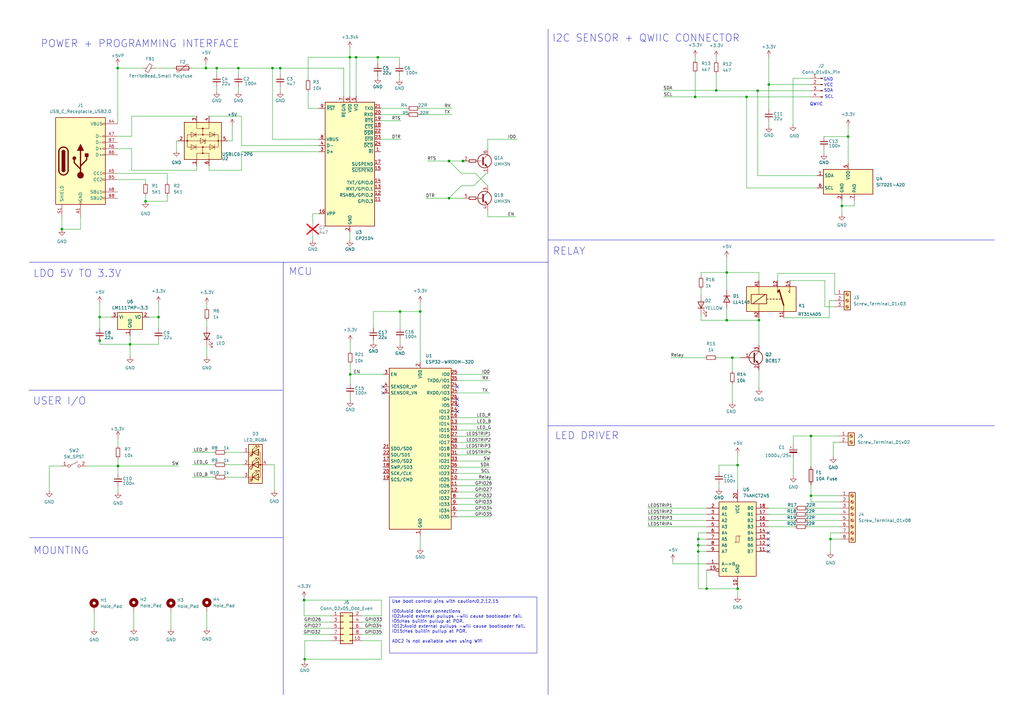
<source format=kicad_sch>
(kicad_sch (version 20230121) (generator eeschema)
  (paper "A3")
  (title_block (title "IOT-thing Board") (date "2023-12-28") (rev "1.0") (company "made By Pratik"))
  (lib_symbols
    (symbol "74xx:74HC245" (pin_names (offset 1.016))
      (property "Reference" "U" (at -7.62 16.51 0))
      (property "Value" "74HC245" (at -7.62 -16.51 0))
      (symbol "74HC245_1_0"
        (pin input line (at -12.7 -10.16 0) (length 5.08) (name "A->B") (number "1"))
        (pin power_in line (at 0 -20.32 90) (length 5.08) (name "GND") (number "10"))
        (pin tri_state line (at 12.7 -5.08 180) (length 5.08) (name "B7") (number "11"))
        (pin tri_state line (at 12.7 -2.54 180) (length 5.08) (name "B6") (number "12"))
        (pin tri_state line (at 12.7 0 180) (length 5.08) (name "B5") (number "13"))
        (pin tri_state line (at 12.7 2.54 180) (length 5.08) (name "B4") (number "14"))
        (pin tri_state line (at 12.7 5.08 180) (length 5.08) (name "B3") (number "15"))
        (pin tri_state line (at 12.7 7.62 180) (length 5.08) (name "B2") (number "16"))
        (pin tri_state line (at 12.7 10.16 180) (length 5.08) (name "B1") (number "17"))
        (pin tri_state line (at 12.7 12.7 180) (length 5.08) (name "B0") (number "18"))
        (pin input inverted (at -12.7 -12.7 0) (length 5.08) (name "CE") (number "19"))
        (pin tri_state line (at -12.7 12.7 0) (length 5.08) (name "A0") (number "2"))
        (pin power_in line (at 0 20.32 270) (length 5.08) (name "VCC") (number "20"))
        (pin tri_state line (at -12.7 10.16 0) (length 5.08) (name "A1") (number "3"))
        (pin tri_state line (at -12.7 7.62 0) (length 5.08) (name "A2") (number "4"))
        (pin tri_state line (at -12.7 5.08 0) (length 5.08) (name "A3") (number "5"))
        (pin tri_state line (at -12.7 2.54 0) (length 5.08) (name "A4") (number "6"))
        (pin tri_state line (at -12.7 0 0) (length 5.08) (name "A5") (number "7"))
        (pin tri_state line (at -12.7 -2.54 0) (length 5.08) (name "A6") (number "8"))
        (pin tri_state line (at -12.7 -5.08 0) (length 5.08) (name "A7") (number "9"))
      )
    )
    (symbol "Connector:Conn_01x04_Pin" (pin_names (offset 1.016) hide)
      (property "Reference" "J" (at 0 5.08 0))
      (property "Value" "Conn_01x04_Pin" (at 0 -7.62 0))
      (symbol "Conn_01x04_Pin_1_1"
        (pin passive line (at 5.08 2.54 180) (length 3.81) (name "Pin_1") (number "1"))
        (pin passive line (at 5.08 0 180) (length 3.81) (name "Pin_2") (number "2"))
        (pin passive line (at 5.08 -2.54 180) (length 3.81) (name "Pin_3") (number "3"))
        (pin passive line (at 5.08 -5.08 180) (length 3.81) (name "Pin_4") (number "4"))
      )
    )
    (symbol "Connector:Screw_Terminal_01x02" (pin_names (offset 1.016) hide)
      (property "Reference" "J" (at 0 2.54 0))
      (property "Value" "Screw_Terminal_01x02" (at 0 -5.08 0))
      (symbol "Screw_Terminal_01x02_1_1"
        (pin passive line (at -5.08 0 0) (length 3.81) (name "Pin_1") (number "1"))
        (pin passive line (at -5.08 -2.54 0) (length 3.81) (name "Pin_2") (number "2"))
      )
    )
    (symbol "Connector:Screw_Terminal_01x03" (pin_names (offset 1.016) hide)
      (property "Reference" "J" (at 0 5.08 0))
      (property "Value" "Screw_Terminal_01x03" (at 0 -5.08 0))
      (symbol "Screw_Terminal_01x03_1_1"
        (pin passive line (at -5.08 2.54 0) (length 3.81) (name "Pin_1") (number "1"))
        (pin passive line (at -5.08 0 0) (length 3.81) (name "Pin_2") (number "2"))
        (pin passive line (at -5.08 -2.54 0) (length 3.81) (name "Pin_3") (number "3"))
      )
    )
    (symbol "Connector:Screw_Terminal_01x08" (pin_names (offset 1.016) hide)
      (property "Reference" "J" (at 0 10.16 0))
      (property "Value" "Screw_Terminal_01x08" (at 0 -12.7 0))
      (symbol "Screw_Terminal_01x08_1_1"
        (pin passive line (at -5.08 7.62 0) (length 3.81) (name "Pin_1") (number "1"))
        (pin passive line (at -5.08 5.08 0) (length 3.81) (name "Pin_2") (number "2"))
        (pin passive line (at -5.08 2.54 0) (length 3.81) (name "Pin_3") (number "3"))
        (pin passive line (at -5.08 0 0) (length 3.81) (name "Pin_4") (number "4"))
        (pin passive line (at -5.08 -2.54 0) (length 3.81) (name "Pin_5") (number "5"))
        (pin passive line (at -5.08 -5.08 0) (length 3.81) (name "Pin_6") (number "6"))
        (pin passive line (at -5.08 -7.62 0) (length 3.81) (name "Pin_7") (number "7"))
        (pin passive line (at -5.08 -10.16 0) (length 3.81) (name "Pin_8") (number "8"))
      )
    )
    (symbol "Connector:USB_C_Receptacle_USB2.0" (pin_names (offset 1.016))
      (property "Reference" "J1" (at 0 22.86 0))
      (property "Value" "USB_C_Receptacle_USB2.0" (at 0 20.32 0))
      (symbol "USB_C_Receptacle_USB2.0_1_1"
        (pin passive line (at 0 -22.86 90) (length 5.08) (name "GND") (number "A1"))
        (pin passive line (at 0 -22.86 90) (length 5.08) hide (name "GND") (number "A12"))
        (pin passive line (at 15.24 15.24 180) (length 5.08) (name "VBUS") (number "A4"))
        (pin bidirectional line (at 15.24 -5.08 180) (length 5.08) (name "CC1") (number "A5"))
        (pin bidirectional line (at 15.24 5.08 180) (length 5.08) (name "D+") (number "A6"))
        (pin bidirectional line (at 15.24 10.16 180) (length 5.08) (name "D-") (number "A7"))
        (pin bidirectional line (at 15.24 -12.7 180) (length 5.08) (name "SBU1") (number "A8"))
        (pin passive line (at 15.24 15.24 180) (length 5.08) hide (name "VBUS") (number "A9"))
        (pin passive line (at 0 -22.86 90) (length 5.08) hide (name "GND") (number "B1"))
        (pin passive line (at 0 -22.86 90) (length 5.08) hide (name "GND") (number "B12"))
        (pin passive line (at 15.24 15.24 180) (length 5.08) hide (name "VBUS") (number "B4"))
        (pin bidirectional line (at 15.24 -7.62 180) (length 5.08) (name "CC2") (number "B5"))
        (pin bidirectional line (at 15.24 2.54 180) (length 5.08) (name "D+") (number "B6"))
        (pin bidirectional line (at 15.24 7.62 180) (length 5.08) (name "D-") (number "B7"))
        (pin bidirectional line (at 15.24 -15.24 180) (length 5.08) (name "SBU2") (number "B8"))
        (pin passive line (at 15.24 15.24 180) (length 5.08) hide (name "VBUS") (number "B9"))
        (pin passive line (at -7.62 -22.86 90) (length 5.08) (name "SHIELD") (number "S1"))
      )
    )
    (symbol "Connector_Generic:Conn_02x05_Odd_Even" (pin_names (offset 1.016) hide)
      (property "Reference" "J" (at 1.27 7.62 0))
      (property "Value" "Conn_02x05_Odd_Even" (at 1.27 -7.62 0))
      (symbol "Conn_02x05_Odd_Even_1_1"
        (pin passive line (at -5.08 5.08 0) (length 3.81) (name "Pin_1") (number "1"))
        (pin passive line (at 7.62 -5.08 180) (length 3.81) (name "Pin_10") (number "10"))
        (pin passive line (at 7.62 5.08 180) (length 3.81) (name "Pin_2") (number "2"))
        (pin passive line (at -5.08 2.54 0) (length 3.81) (name "Pin_3") (number "3"))
        (pin passive line (at 7.62 2.54 180) (length 3.81) (name "Pin_4") (number "4"))
        (pin passive line (at -5.08 0 0) (length 3.81) (name "Pin_5") (number "5"))
        (pin passive line (at 7.62 0 180) (length 3.81) (name "Pin_6") (number "6"))
        (pin passive line (at -5.08 -2.54 0) (length 3.81) (name "Pin_7") (number "7"))
        (pin passive line (at 7.62 -2.54 180) (length 3.81) (name "Pin_8") (number "8"))
        (pin passive line (at -5.08 -5.08 0) (length 3.81) (name "Pin_9") (number "9"))
      )
    )
    (symbol "Device:C_Polarized_Small" (pin_numbers hide) (pin_names (offset 0.254) hide)
      (property "Reference" "C" (at 0.254 1.778 0))
      (property "Value" "C_Polarized_Small" (at 0.254 -2.032 0))
      (symbol "C_Polarized_Small_1_1"
        (pin passive line (at 0 2.54 270) (length 1.8542) (name "~") (number "1"))
        (pin passive line (at 0 -2.54 90) (length 1.8542) (name "~") (number "2"))
      )
    )
    (symbol "Device:C_Small" (pin_numbers hide) (pin_names (offset 0.254) hide)
      (property "Reference" "C" (at 0.254 1.778 0))
      (property "Value" "C_Small" (at 0.254 -2.032 0))
      (symbol "C_Small_1_1"
        (pin passive line (at 0 2.54 270) (length 2.032) (name "~") (number "1"))
        (pin passive line (at 0 -2.54 90) (length 2.032) (name "~") (number "2"))
      )
    )
    (symbol "Device:FerriteBead_Small" (pin_numbers hide) (pin_names (offset 0))
      (property "Reference" "FB" (at 1.905 1.27 0))
      (property "Value" "FerriteBead_Small" (at 1.905 -1.27 0))
      (symbol "FerriteBead_Small_1_1"
        (pin passive line (at 0 2.54 270) (length 1.27) (name "~") (number "1"))
        (pin passive line (at 0 -2.54 90) (length 1.27) (name "~") (number "2"))
      )
    )
    (symbol "Device:Fuse" (pin_numbers hide) (pin_names (offset 0))
      (property "Reference" "F" (at 2.032 0 90))
      (property "Value" "Fuse" (at -1.905 0 90))
      (symbol "Fuse_1_1"
        (pin passive line (at 0 3.81 270) (length 1.27) (name "~") (number "1"))
        (pin passive line (at 0 -3.81 90) (length 1.27) (name "~") (number "2"))
      )
    )
    (symbol "Device:LED" (pin_numbers hide) (pin_names (offset 1.016) hide)
      (property "Reference" "D" (at 0 2.54 0))
      (property "Value" "LED" (at 0 -2.54 0))
      (symbol "LED_1_1"
        (pin passive line (at -3.81 0 0) (length 2.54) (name "K") (number "1"))
        (pin passive line (at 3.81 0 180) (length 2.54) (name "A") (number "2"))
      )
    )
    (symbol "Device:LED_RGBA" (pin_names (offset 0) hide)
      (property "Reference" "D" (at 0 9.398 0))
      (property "Value" "LED_RGBA" (at 0 -8.89 0))
      (symbol "LED_RGBA_0_0"
        (text "B" (at -1.905 -6.35 0) (effects (font (size 1.27 1.27))))
        (text "G" (at -1.905 -1.27 0) (effects (font (size 1.27 1.27))))
        (text "R" (at -1.905 3.81 0) (effects (font (size 1.27 1.27))))
      )
      (symbol "LED_RGBA_1_1"
        (pin passive line (at -5.08 5.08 0) (length 2.54) (name "RK") (number "1"))
        (pin passive line (at -5.08 0 0) (length 2.54) (name "GK") (number "2"))
        (pin passive line (at -5.08 -5.08 0) (length 2.54) (name "BK") (number "3"))
        (pin passive line (at 5.08 0 180) (length 2.54) (name "A") (number "4"))
      )
    )
    (symbol "Device:Polyfuse" (pin_numbers hide) (pin_names (offset 0))
      (property "Reference" "F" (at -2.54 0 90))
      (property "Value" "Polyfuse" (at 2.54 0 90))
      (symbol "Polyfuse_1_1"
        (pin passive line (at 0 3.81 270) (length 1.27) (name "~") (number "1"))
        (pin passive line (at 0 -3.81 90) (length 1.27) (name "~") (number "2"))
      )
    )
    (symbol "Device:R_Small" (pin_numbers hide) (pin_names (offset 0.254) hide)
      (property "Reference" "R" (at 0.762 0.508 0))
      (property "Value" "R_Small" (at 0.762 -1.016 0))
      (symbol "R_Small_1_1"
        (pin passive line (at 0 2.54 270) (length 0.762) (name "~") (number "1"))
        (pin passive line (at 0 -2.54 90) (length 0.762) (name "~") (number "2"))
      )
    )
    (symbol "Diode:LL4148" (pin_numbers hide) (pin_names hide)
      (property "Reference" "D" (at 0 2.54 0))
      (property "Value" "LL4148" (at 0 -2.54 0))
      (symbol "LL4148_1_1"
        (pin passive line (at -3.81 0 0) (length 2.54) (name "K") (number "1"))
        (pin passive line (at 3.81 0 180) (length 2.54) (name "A") (number "2"))
      )
    )
    (symbol "Interface_USB:CP2104"
      (property "Reference" "U" (at -5.08 28.575 0))
      (property "Value" "CP2104" (at -5.08 26.67 0))
      (symbol "CP2104_1_1"
        (pin input line (at 12.7 5.08 180) (length 2.54) (name "~{RI}") (number "1"))
        (pin no_connect line (at 10.16 -20.32 180) (length 2.54) hide (name "NC") (number "10"))
        (pin bidirectional line (at 12.7 -15.24 180) (length 2.54) (name "GPIO.3") (number "11"))
        (pin bidirectional line (at 12.7 -12.7 180) (length 2.54) (name "RS485/GPIO.2") (number "12"))
        (pin bidirectional line (at 12.7 -10.16 180) (length 2.54) (name "RXT/GPIO.1") (number "13"))
        (pin bidirectional line (at 12.7 -7.62 180) (length 2.54) (name "TXT/GPIO.0") (number "14"))
        (pin output line (at 12.7 -2.54 180) (length 2.54) (name "~{SUSPEND}") (number "15"))
        (pin passive line (at -12.7 -20.32 0) (length 2.54) (name "VPP") (number "16"))
        (pin output line (at 12.7 0 180) (length 2.54) (name "SUSPEND") (number "17"))
        (pin input line (at 12.7 15.24 180) (length 2.54) (name "~{CTS}") (number "18"))
        (pin output line (at 12.7 17.78 180) (length 2.54) (name "~{RTS}") (number "19"))
        (pin power_in line (at 0 -27.94 90) (length 2.54) (name "GND") (number "2"))
        (pin input line (at 12.7 20.32 180) (length 2.54) (name "RXD") (number "20"))
        (pin output line (at 12.7 22.86 180) (length 2.54) (name "TXD") (number "21"))
        (pin input line (at 12.7 12.7 180) (length 2.54) (name "~{DSR}") (number "22"))
        (pin output line (at 12.7 10.16 180) (length 2.54) (name "~{DTR}") (number "23"))
        (pin input line (at 12.7 7.62 180) (length 2.54) (name "~{DCD}") (number "24"))
        (pin passive line (at 0 -27.94 90) (length 2.54) hide (name "GND") (number "25"))
        (pin bidirectional line (at -12.7 5.08 0) (length 2.54) (name "D+") (number "3"))
        (pin bidirectional line (at -12.7 7.62 0) (length 2.54) (name "D-") (number "4"))
        (pin power_in line (at 2.54 27.94 270) (length 2.54) (name "VIO") (number "5"))
        (pin power_in line (at 0 27.94 270) (length 2.54) (name "VDD") (number "6"))
        (pin power_in line (at -2.54 27.94 270) (length 2.54) (name "REGIN") (number "7"))
        (pin input line (at -12.7 10.16 0) (length 2.54) (name "VBUS") (number "8"))
        (pin bidirectional line (at -12.7 22.86 0) (length 2.54) (name "~{RST}") (number "9"))
      )
    )
    (symbol "Mechanical:MountingHole_Pad" (pin_numbers hide) (pin_names (offset 1.016) hide)
      (property "Reference" "H" (at 0 6.35 0))
      (property "Value" "MountingHole_Pad" (at 0 4.445 0))
      (symbol "MountingHole_Pad_1_1"
        (pin input line (at 0 -2.54 90) (length 2.54) (name "1") (number "1"))
      )
    )
    (symbol "Power_Protection:USBLC6-2P6" (pin_names hide)
      (property "Reference" "U" (at 2.54 8.89 0))
      (property "Value" "USBLC6-2P6" (at 2.54 -8.89 0))
      (symbol "USBLC6-2P6_1_1"
        (pin passive line (at -10.16 -2.54 0) (length 2.54) (name "I/O1") (number "1"))
        (pin passive line (at 0 -10.16 90) (length 2.54) (name "GND") (number "2"))
        (pin passive line (at 10.16 -2.54 180) (length 2.54) (name "I/O2") (number "3"))
        (pin passive line (at 10.16 2.54 180) (length 2.54) (name "I/O2") (number "4"))
        (pin passive line (at 0 10.16 270) (length 2.54) (name "VBUS") (number "5"))
        (pin passive line (at -10.16 2.54 0) (length 2.54) (name "I/O1") (number "6"))
      )
    )
    (symbol "RF_Module:ESP32-WROOM-32D"
      (property "Reference" "U" (at -12.7 34.29 0))
      (property "Value" "ESP32-WROOM-32D" (at 1.27 34.29 0))
      (symbol "ESP32-WROOM-32D_1_1"
        (pin power_in line (at 0 -35.56 90) (length 2.54) (name "GND") (number "1"))
        (pin bidirectional line (at 15.24 -12.7 180) (length 2.54) (name "IO25") (number "10"))
        (pin bidirectional line (at 15.24 -15.24 180) (length 2.54) (name "IO26") (number "11"))
        (pin bidirectional line (at 15.24 -17.78 180) (length 2.54) (name "IO27") (number "12"))
        (pin bidirectional line (at 15.24 10.16 180) (length 2.54) (name "IO14") (number "13"))
        (pin bidirectional line (at 15.24 15.24 180) (length 2.54) (name "IO12") (number "14"))
        (pin passive line (at 0 -35.56 90) (length 2.54) hide (name "GND") (number "15"))
        (pin bidirectional line (at 15.24 12.7 180) (length 2.54) (name "IO13") (number "16"))
        (pin bidirectional line (at -15.24 -5.08 0) (length 2.54) (name "SHD/SD2") (number "17"))
        (pin bidirectional line (at -15.24 -7.62 0) (length 2.54) (name "SWP/SD3") (number "18"))
        (pin bidirectional line (at -15.24 -12.7 0) (length 2.54) (name "SCS/CMD") (number "19"))
        (pin power_in line (at 0 35.56 270) (length 2.54) (name "VDD") (number "2"))
        (pin bidirectional line (at -15.24 -10.16 0) (length 2.54) (name "SCK/CLK") (number "20"))
        (pin bidirectional line (at -15.24 0 0) (length 2.54) (name "SDO/SD0") (number "21"))
        (pin bidirectional line (at -15.24 -2.54 0) (length 2.54) (name "SDI/SD1") (number "22"))
        (pin bidirectional line (at 15.24 7.62 180) (length 2.54) (name "IO15") (number "23"))
        (pin bidirectional line (at 15.24 25.4 180) (length 2.54) (name "IO2") (number "24"))
        (pin bidirectional line (at 15.24 30.48 180) (length 2.54) (name "IO0") (number "25"))
        (pin bidirectional line (at 15.24 20.32 180) (length 2.54) (name "IO4") (number "26"))
        (pin bidirectional line (at 15.24 5.08 180) (length 2.54) (name "IO16") (number "27"))
        (pin bidirectional line (at 15.24 2.54 180) (length 2.54) (name "IO17") (number "28"))
        (pin bidirectional line (at 15.24 17.78 180) (length 2.54) (name "IO5") (number "29"))
        (pin input line (at -15.24 30.48 0) (length 2.54) (name "EN") (number "3"))
        (pin bidirectional line (at 15.24 0 180) (length 2.54) (name "IO18") (number "30"))
        (pin bidirectional line (at 15.24 -2.54 180) (length 2.54) (name "IO19") (number "31"))
        (pin no_connect line (at -12.7 -27.94 0) (length 2.54) hide (name "NC") (number "32"))
        (pin bidirectional line (at 15.24 -5.08 180) (length 2.54) (name "IO21") (number "33"))
        (pin bidirectional line (at 15.24 22.86 180) (length 2.54) (name "RXD0/IO3") (number "34"))
        (pin bidirectional line (at 15.24 27.94 180) (length 2.54) (name "TXD0/IO1") (number "35"))
        (pin bidirectional line (at 15.24 -7.62 180) (length 2.54) (name "IO22") (number "36"))
        (pin bidirectional line (at 15.24 -10.16 180) (length 2.54) (name "IO23") (number "37"))
        (pin passive line (at 0 -35.56 90) (length 2.54) hide (name "GND") (number "38"))
        (pin passive line (at 0 -35.56 90) (length 2.54) hide (name "GND") (number "39"))
        (pin input line (at -15.24 25.4 0) (length 2.54) (name "SENSOR_VP") (number "4"))
        (pin input line (at -15.24 22.86 0) (length 2.54) (name "SENSOR_VN") (number "5"))
        (pin input line (at 15.24 -25.4 180) (length 2.54) (name "IO34") (number "6"))
        (pin input line (at 15.24 -27.94 180) (length 2.54) (name "IO35") (number "7"))
        (pin bidirectional line (at 15.24 -20.32 180) (length 2.54) (name "IO32") (number "8"))
        (pin bidirectional line (at 15.24 -22.86 180) (length 2.54) (name "IO33") (number "9"))
      )
    )
    (symbol "Regulator_Linear:LM1117MP-3.3"
      (property "Reference" "U" (at -3.81 3.175 0))
      (property "Value" "LM1117MP-3.3" (at 0 3.175 0))
      (symbol "LM1117MP-3.3_1_1"
        (pin power_in line (at 0 -7.62 90) (length 2.54) (name "GND") (number "1"))
        (pin power_out line (at 7.62 0 180) (length 2.54) (name "VO") (number "2"))
        (pin power_in line (at -7.62 0 0) (length 2.54) (name "VI") (number "3"))
      )
    )
    (symbol "Relay:RT314A05"
      (property "Reference" "K" (at 11.43 3.81 0))
      (property "Value" "RT314A05" (at 11.43 1.27 0))
      (symbol "RT314A05_1_1"
        (pin passive line (at 5.08 -7.62 90) (length 2.54) (name "~") (number "11"))
        (pin passive line (at 2.54 7.62 270) (length 2.54) (name "~") (number "12"))
        (pin passive line (at 7.62 7.62 270) (length 2.54) (name "~") (number "14"))
        (pin passive line (at -5.08 7.62 270) (length 2.54) (name "~") (number "A1"))
        (pin passive line (at -5.08 -7.62 90) (length 2.54) (name "~") (number "A2"))
      )
    )
    (symbol "Sensor_Humidity:Si7021-A20"
      (property "Reference" "U" (at -5.08 7.62 0))
      (property "Value" "Si7021-A20" (at -10.16 10.16 0))
      (symbol "Si7021-A20_1_1"
        (pin bidirectional line (at -12.7 2.54 0) (length 2.54) (name "SDA") (number "1"))
        (pin power_in line (at -2.54 -7.62 90) (length 2.54) (name "GND") (number "2"))
        (pin no_connect line (at 10.16 2.54 180) (length 2.54) hide (name "NC") (number "3"))
        (pin no_connect line (at 10.16 -2.54 180) (length 2.54) hide (name "NC") (number "4"))
        (pin power_in line (at 0 7.62 270) (length 2.54) (name "VDD") (number "5"))
        (pin input line (at -12.7 -2.54 0) (length 2.54) (name "SCL") (number "6"))
        (pin passive line (at 2.54 -7.62 90) (length 2.54) (name "PAD") (number "7"))
      )
    )
    (symbol "Switch:SW_SPST" (pin_names (offset 0) hide)
      (property "Reference" "SW" (at 0 3.175 0))
      (property "Value" "SW_SPST" (at 0 -2.54 0))
      (symbol "SW_SPST_1_1"
        (pin passive line (at -5.08 0 0) (length 2.54) (name "A") (number "1"))
        (pin passive line (at 5.08 0 180) (length 2.54) (name "B") (number "2"))
      )
    )
    (symbol "Transistor_BJT:BC817" (pin_names (offset 0) hide)
      (property "Reference" "Q" (at 5.08 1.905 0))
      (property "Value" "BC817" (at 5.08 0 0))
      (symbol "BC817_1_1"
        (pin input line (at -5.08 0 0) (length 5.715) (name "B") (number "1"))
        (pin passive line (at 2.54 -5.08 90) (length 2.54) (name "E") (number "2"))
        (pin passive line (at 2.54 5.08 270) (length 2.54) (name "C") (number "3"))
      )
    )
    (symbol "Transistor_BJT:UMH3N" (pin_names hide)
      (property "Reference" "Q" (at 7.62 1.27 0))
      (property "Value" "UMH3N" (at 7.62 -1.27 0))
      (symbol "UMH3N_1_1"
        (pin passive line (at 5.08 -5.08 90) (length 2.54) (name "E1") (number "1"))
        (pin input line (at -5.08 0 0) (length 2.54) (name "B1") (number "2"))
        (pin passive line (at 5.08 5.08 270) (length 2.54) (name "C1") (number "6"))
      )
      (symbol "UMH3N_2_1"
        (pin passive line (at 5.08 5.08 270) (length 2.54) (name "C2") (number "3"))
        (pin passive line (at 5.08 -5.08 90) (length 2.54) (name "E2") (number "4"))
        (pin input line (at -5.08 0 0) (length 2.54) (name "B2") (number "5"))
      )
    )
    (symbol "power:+3.3V" (power) (pin_names (offset 0))
      (property "Value" "+3.3V" (at 0 3.556 0))
      (symbol "+3.3V_1_1"
        (pin power_in line (at 0 0 90) (length 0) hide (name "+3.3V") (number "1"))
      )
    )
    (symbol "power:+3.3VA" (power) (pin_names (offset 0))
      (property "Value" "+3.3VA" (at 0 3.556 0))
      (symbol "+3.3VA_1_1"
        (pin power_in line (at 0 0 90) (length 0) hide (name "+3.3VA") (number "1"))
      )
    )
    (symbol "power:+5V" (power) (pin_names (offset 0))
      (property "Value" "+5V" (at 0 3.556 0))
      (symbol "+5V_1_1"
        (pin power_in line (at 0 0 90) (length 0) hide (name "+5V") (number "1"))
      )
    )
    (symbol "power:+5VP" (power) (pin_names (offset 0))
      (property "Value" "+5VP" (at 0 3.556 0))
      (symbol "+5VP_1_1"
        (pin power_in line (at 0 0 90) (length 0) hide (name "+5VP") (number "1"))
      )
    )
    (symbol "power:GND" (power) (pin_names (offset 0))
      (property "Value" "GND" (at 0 -3.81 0))
      (symbol "GND_1_1"
        (pin power_in line (at 0 0 270) (length 0) hide (name "GND") (number "1"))
      )
    )
  )
  (junction (at 286.385 223.647))
  (junction (at 184.15 66.04))
  (junction (at 84.455 27.94))
  (junction (at 345.313 84.455))
  (junction (at 289.814 241.427))
  (junction (at 332.613 203.327))
  (junction (at 48.387 191.135))
  (junction (at 48.26 27.94))
  (junction (at 311.277 131.318))
  (junction (at 302.514 241.427))
  (junction (at 310.769 37.211))
  (junction (at 164.084 127.762))
  (junction (at 315.341 34.671))
  (junction (at 53.34 141.224))
  (junction (at 59.69 82.55))
  (junction (at 298.069 111.76))
  (junction (at 65.024 130.048))
  (junction (at 111.76 27.94))
  (junction (at 97.79 27.94))
  (junction (at 172.339 127.762))
  (junction (at 40.894 130.048))
  (junction (at 302.514 190.754))
  (junction (at 146.05 23.495))
  (junction (at 340.614 221.107))
  (junction (at 285.115 39.751))
  (junction (at 143.637 153.543))
  (junction (at 293.751 37.084))
  (junction (at 298.069 131.318))
  (junction (at 286.385 221.107))
  (junction (at 286.385 226.187))
  (junction (at 347.853 56.007))
  (junction (at 154.94 23.495))
  (junction (at 124.968 270.383))
  (junction (at 300.355 146.685))
  (junction (at 189.865 66.04))
  (junction (at 40.894 139.7))
  (junction (at 306.197 39.751))
  (junction (at 143.51 23.495))
  (junction (at 88.9 27.94))
  (junction (at 124.714 246.126))
  (junction (at 114.935 27.94))
  (junction (at 184.15 81.28))
  (junction (at 332.613 178.816))
  (junction (at 25.4 93.98))
  (no_connect (at 315.214 226.187))
  (no_connect (at 187.579 166.243))
  (no_connect (at 315.214 218.567))
  (no_connect (at 157.099 158.623))
  (no_connect (at 315.214 221.107))
  (no_connect (at 187.579 168.783))
  (no_connect (at 157.099 161.163))
  (no_connect (at 187.579 158.623))
  (no_connect (at 187.579 163.703))
  (no_connect (at 315.214 223.647))
  (wire (pts (xy 48.387 191.135) (xy 73.279 191.135)))
  (wire (pts (xy 111.76 27.94) (xy 97.79 27.94)))
  (wire (pts (xy 265.684 210.947) (xy 289.814 210.947)))
  (wire (pts (xy 156.464 252.603) (xy 156.464 246.126)))
  (wire (pts (xy 48.26 50.8) (xy 48.26 27.94)))
  (wire (pts (xy 294.894 190.754) (xy 302.514 190.754)))
  (wire (pts (xy 325.374 187.579) (xy 325.374 195.199)))
  (wire (pts (xy 85.725 47.625) (xy 99.06 47.625)))
  (wire (pts (xy 184.15 66.04) (xy 189.865 66.04)))
  (wire (pts (xy 97.79 35.56) (xy 97.79 37.465)))
  (wire (pts (xy 80.645 47.625) (xy 53.975 47.625)))
  (wire (pts (xy 200.025 86.36) (xy 200.025 88.9)))
  (wire (pts (xy 143.637 153.543) (xy 143.637 157.353)))
  (wire (pts (xy 315.214 208.407) (xy 326.136 208.407)))
  (wire (pts (xy 97.79 27.94) (xy 97.79 30.48)))
  (wire (pts (xy 187.579 181.483) (xy 200.787 181.483)))
  (wire (pts (xy 184.15 66.04) (xy 189.23 71.12)))
  (wire (pts (xy 172.085 46.99) (xy 185.42 46.99)))
  (wire (pts (xy 48.387 191.135) (xy 48.387 188.087)))
  (wire (pts (xy 285.115 29.845) (xy 285.115 39.751)))
  (wire (pts (xy 48.26 73.66) (xy 59.69 73.66)))
  (wire (pts (xy 124.714 252.603) (xy 135.763 252.603)))
  (wire (pts (xy 84.836 141.732) (xy 84.836 146.304)))
  (wire (pts (xy 199.39 71.12) (xy 194.31 76.2)))
  (wire (pts (xy 174.625 81.28) (xy 184.15 81.28)))
  (wire (pts (xy 128.27 96.52) (xy 128.27 98.425)))
  (wire (pts (xy 200.025 71.12) (xy 199.39 71.12)))
  (wire (pts (xy 99.06 47.625) (xy 99.06 59.69)))
  (wire (pts (xy 344.424 218.567) (xy 340.614 218.567)))
  (wire (pts (xy 275.082 146.685) (xy 289.052 146.685)))
  (wire (pts (xy 92.837 185.547) (xy 99.695 185.547)))
  (wire (pts (xy 33.02 93.98) (xy 25.4 93.98)))
  (wire (pts (xy 124.714 255.143) (xy 135.763 255.143)))
  (wire (pts (xy 172.085 44.45) (xy 185.42 44.45)))
  (wire (pts (xy 200.025 60.96) (xy 200.025 57.15)))
  (wire (pts (xy 191.77 66.04) (xy 189.865 66.04)))
  (wire (pts (xy 68.58 71.12) (xy 68.58 74.93)))
  (wire (pts (xy 163.83 23.495) (xy 163.83 26.035)))
  (wire (pts (xy 265.684 208.407) (xy 289.814 208.407)))
  (wire (pts (xy 48.387 179.451) (xy 48.387 183.007)))
  (wire (pts (xy 300.355 146.685) (xy 303.657 146.685)))
  (wire (pts (xy 325.374 182.499) (xy 325.374 178.816)))
  (wire (pts (xy 187.579 201.803) (xy 201.295 201.803)))
  (wire (pts (xy 88.9 27.94) (xy 97.79 27.94)))
  (wire (pts (xy 148.463 260.223) (xy 156.464 260.223)))
  (wire (pts (xy 194.31 76.2) (xy 189.23 76.2)))
  (wire (pts (xy 289.814 218.567) (xy 286.385 218.567)))
  (polyline (pts (xy 224.79 107.569) (xy 11.938 107.569)))
  (wire (pts (xy 187.579 173.863) (xy 200.787 173.863)))
  (wire (pts (xy 310.769 37.211) (xy 332.359 37.211)))
  (wire (pts (xy 285.115 23.241) (xy 285.115 24.765)))
  (wire (pts (xy 84.455 27.94) (xy 84.455 26.035)))
  (wire (pts (xy 153.162 127.762) (xy 164.084 127.762)))
  (wire (pts (xy 347.853 51.689) (xy 347.853 56.007)))
  (wire (pts (xy 78.867 190.627) (xy 87.757 190.627)))
  (wire (pts (xy 143.637 149.225) (xy 143.637 153.543)))
  (wire (pts (xy 53.975 69.85) (xy 80.645 69.85)))
  (wire (pts (xy 48.26 27.94) (xy 58.42 27.94)))
  (wire (pts (xy 187.579 204.343) (xy 201.295 204.343)))
  (wire (pts (xy 306.197 39.751) (xy 332.359 39.751)))
  (wire (pts (xy 124.46 260.223) (xy 135.763 260.223)))
  (wire (pts (xy 126.365 23.495) (xy 143.51 23.495)))
  (wire (pts (xy 40.894 130.048) (xy 40.894 134.62)))
  (polyline (pts (xy 12.065 220.472) (xy 116.205 220.472)))
  (wire (pts (xy 275.971 231.267) (xy 289.814 231.267)))
  (wire (pts (xy 286.385 221.107) (xy 286.385 223.647)))
  (wire (pts (xy 111.76 57.15) (xy 130.81 57.15)))
  (wire (pts (xy 340.106 130.302) (xy 340.106 123.317)))
  (wire (pts (xy 80.645 69.85) (xy 80.645 67.945)))
  (wire (pts (xy 172.339 127.762) (xy 172.339 148.463)))
  (wire (pts (xy 302.514 241.427) (xy 302.514 244.475)))
  (wire (pts (xy 187.579 178.943) (xy 200.787 178.943)))
  (wire (pts (xy 63.5 27.94) (xy 71.12 27.94)))
  (wire (pts (xy 287.528 113.411) (xy 287.528 111.76)))
  (wire (pts (xy 114.935 35.56) (xy 114.935 37.465)))
  (wire (pts (xy 143.51 23.495) (xy 143.51 39.37)))
  (wire (pts (xy 153.162 134.493) (xy 153.162 127.762)))
  (wire (pts (xy 20.193 191.135) (xy 25.273 191.135)))
  (wire (pts (xy 184.15 81.28) (xy 189.865 81.28)))
  (wire (pts (xy 99.06 59.69) (xy 130.81 59.69)))
  (wire (pts (xy 48.26 27.94) (xy 48.26 26.67)))
  (wire (pts (xy 293.751 30.099) (xy 293.751 37.084)))
  (wire (pts (xy 53.34 141.224) (xy 53.34 146.304)))
  (wire (pts (xy 300.355 157.353) (xy 300.355 164.846)))
  (wire (pts (xy 318.897 112.141) (xy 342.392 112.141)))
  (wire (pts (xy 298.069 111.76) (xy 311.277 111.76)))
  (wire (pts (xy 111.76 27.94) (xy 114.935 27.94)))
  (wire (pts (xy 148.463 257.683) (xy 156.464 257.683)))
  (wire (pts (xy 143.51 95.25) (xy 143.51 98.425)))
  (wire (pts (xy 286.385 223.647) (xy 289.814 223.647)))
  (wire (pts (xy 128.27 87.63) (xy 130.81 87.63)))
  (wire (pts (xy 88.9 27.94) (xy 88.9 30.48)))
  (wire (pts (xy 325.247 32.131) (xy 325.247 51.181)))
  (wire (pts (xy 163.83 31.115) (xy 163.83 32.385)))
  (wire (pts (xy 315.341 49.911) (xy 315.341 51.689)))
  (wire (pts (xy 60.96 130.048) (xy 65.024 130.048)))
  (wire (pts (xy 111.76 57.15) (xy 111.76 27.94)))
  (wire (pts (xy 48.387 191.135) (xy 48.387 194.437)))
  (wire (pts (xy 156.464 262.763) (xy 156.464 270.383)))
  (wire (pts (xy 38.608 251.206) (xy 38.608 257.81)))
  (wire (pts (xy 340.614 221.107) (xy 344.424 221.107)))
  (wire (pts (xy 302.514 186.182) (xy 302.514 190.754)))
  (wire (pts (xy 124.714 245.237) (xy 124.714 246.126)))
  (wire (pts (xy 335.153 77.089) (xy 306.197 77.089)))
  (wire (pts (xy 187.579 171.323) (xy 200.914 171.323)))
  (wire (pts (xy 187.579 156.083) (xy 200.914 156.083)))
  (wire (pts (xy 187.579 194.183) (xy 200.914 194.183)))
  (wire (pts (xy 146.05 23.495) (xy 154.94 23.495)))
  (wire (pts (xy 340.614 226.314) (xy 340.614 221.107)))
  (wire (pts (xy 40.894 124.206) (xy 40.894 130.048)))
  (wire (pts (xy 54.864 250.952) (xy 54.864 257.556)))
  (polyline (pts (xy 116.205 107.442) (xy 116.205 284.988)))
  (wire (pts (xy 154.94 31.115) (xy 154.94 31.75)))
  (wire (pts (xy 73.025 57.785) (xy 72.39 57.785)))
  (wire (pts (xy 20.193 191.135) (xy 20.193 201.295)))
  (wire (pts (xy 48.26 71.12) (xy 68.58 71.12)))
  (wire (pts (xy 345.313 84.455) (xy 345.313 87.757)))
  (wire (pts (xy 126.365 44.45) (xy 126.365 37.465)))
  (wire (pts (xy 48.387 199.517) (xy 48.387 201.803)))
  (wire (pts (xy 289.814 233.807) (xy 289.814 241.427)))
  (wire (pts (xy 287.528 111.76) (xy 298.069 111.76)))
  (wire (pts (xy 315.214 210.947) (xy 326.009 210.947)))
  (wire (pts (xy 332.613 198.882) (xy 332.613 203.327)))
  (wire (pts (xy 53.975 60.96) (xy 53.975 69.85)))
  (wire (pts (xy 332.613 203.327) (xy 332.613 205.867)))
  (wire (pts (xy 293.751 23.495) (xy 293.751 25.019)))
  (wire (pts (xy 33.02 88.9) (xy 33.02 93.98)))
  (wire (pts (xy 53.34 137.668) (xy 53.34 141.224)))
  (wire (pts (xy 321.437 130.302) (xy 340.106 130.302)))
  (wire (pts (xy 187.579 196.723) (xy 201.549 196.723)))
  (wire (pts (xy 164.084 127.762) (xy 172.339 127.762)))
  (wire (pts (xy 156.21 57.15) (xy 164.465 57.15)))
  (wire (pts (xy 172.339 124.079) (xy 172.339 127.762)))
  (wire (pts (xy 200.025 57.15) (xy 212.09 57.15)))
  (wire (pts (xy 337.947 56.007) (xy 347.853 56.007)))
  (wire (pts (xy 187.579 199.263) (xy 201.295 199.263)))
  (wire (pts (xy 331.089 213.487) (xy 344.424 213.487)))
  (wire (pts (xy 187.579 191.643) (xy 200.914 191.643)))
  (wire (pts (xy 311.277 111.76) (xy 311.277 115.062)))
  (wire (pts (xy 318.897 115.062) (xy 318.897 112.141)))
  (wire (pts (xy 156.464 270.383) (xy 124.968 270.383)))
  (wire (pts (xy 189.23 76.2) (xy 184.15 81.28)))
  (wire (pts (xy 187.579 206.883) (xy 201.295 206.883)))
  (wire (pts (xy 143.51 19.685) (xy 143.51 23.495)))
  (wire (pts (xy 146.05 39.37) (xy 146.05 23.495)))
  (wire (pts (xy 92.837 195.707) (xy 99.695 195.707)))
  (wire (pts (xy 143.637 153.543) (xy 157.099 153.543)))
  (wire (pts (xy 156.21 46.99) (xy 167.005 46.99)))
  (wire (pts (xy 109.855 190.627) (xy 112.522 190.627)))
  (wire (pts (xy 340.614 218.567) (xy 340.614 221.107)))
  (wire (pts (xy 331.089 210.947) (xy 344.424 210.947)))
  (wire (pts (xy 289.814 241.427) (xy 302.514 241.427)))
  (wire (pts (xy 332.613 178.816) (xy 332.613 191.262)))
  (wire (pts (xy 112.522 190.627) (xy 112.522 201.041)))
  (wire (pts (xy 164.084 139.319) (xy 164.084 141.097)))
  (wire (pts (xy 342.392 112.141) (xy 342.392 120.777)))
  (wire (pts (xy 286.385 223.647) (xy 286.385 226.187)))
  (wire (pts (xy 187.579 186.563) (xy 200.914 186.563)))
  (wire (pts (xy 287.528 118.491) (xy 287.528 121.285)))
  (wire (pts (xy 315.341 34.671) (xy 332.359 34.671)))
  (wire (pts (xy 311.277 130.302) (xy 311.277 131.318)))
  (polyline (pts (xy 11.811 160.02) (xy 115.951 160.02)))
  (wire (pts (xy 345.313 82.169) (xy 345.313 84.455)))
  (wire (pts (xy 164.084 127.762) (xy 164.084 134.239)))
  (wire (pts (xy 294.894 198.501) (xy 294.894 200.279)))
  (wire (pts (xy 124.968 271.145) (xy 124.968 270.383)))
  (wire (pts (xy 315.341 23.241) (xy 315.341 34.671)))
  (wire (pts (xy 95.25 51.435) (xy 95.25 57.785)))
  (wire (pts (xy 338.328 125.857) (xy 342.392 125.857)))
  (wire (pts (xy 88.9 35.56) (xy 88.9 37.465)))
  (wire (pts (xy 293.751 37.084) (xy 293.751 37.211)))
  (wire (pts (xy 156.21 49.53) (xy 164.465 49.53)))
  (wire (pts (xy 332.613 203.327) (xy 344.424 203.327)))
  (wire (pts (xy 65.024 124.206) (xy 65.024 130.048)))
  (wire (pts (xy 338.328 115.062) (xy 338.328 125.857)))
  (wire (pts (xy 84.836 124.714) (xy 84.836 126.238)))
  (wire (pts (xy 298.069 126.492) (xy 298.069 131.318)))
  (wire (pts (xy 35.433 191.135) (xy 48.387 191.135)))
  (wire (pts (xy 187.579 211.963) (xy 201.295 211.963)))
  (wire (pts (xy 175.26 66.04) (xy 184.15 66.04)))
  (wire (pts (xy 344.043 178.816) (xy 332.613 178.816)))
  (wire (pts (xy 347.853 56.007) (xy 347.853 66.929)))
  (wire (pts (xy 126.365 32.385) (xy 126.365 23.495)))
  (wire (pts (xy 187.579 209.423) (xy 201.295 209.423)))
  (wire (pts (xy 335.153 72.009) (xy 310.769 72.009)))
  (wire (pts (xy 156.21 44.45) (xy 167.005 44.45)))
  (wire (pts (xy 78.74 27.94) (xy 84.455 27.94)))
  (wire (pts (xy 302.514 190.754) (xy 302.514 200.787)))
  (wire (pts (xy 187.579 189.103) (xy 200.914 189.103)))
  (wire (pts (xy 187.579 184.023) (xy 200.787 184.023)))
  (wire (pts (xy 40.894 139.7) (xy 40.894 141.224)))
  (wire (pts (xy 78.867 185.547) (xy 87.757 185.547)))
  (wire (pts (xy 85.725 69.85) (xy 99.06 69.85)))
  (wire (pts (xy 70.104 251.206) (xy 70.104 257.81)))
  (wire (pts (xy 311.277 131.318) (xy 311.277 141.605)))
  (wire (pts (xy 95.25 57.785) (xy 93.345 57.785)))
  (wire (pts (xy 48.26 60.96) (xy 53.975 60.96)))
  (wire (pts (xy 289.814 221.107) (xy 286.385 221.107)))
  (wire (pts (xy 287.528 131.318) (xy 298.069 131.318)))
  (wire (pts (xy 99.06 62.23) (xy 130.81 62.23)))
  (wire (pts (xy 286.385 218.567) (xy 286.385 221.107)))
  (wire (pts (xy 84.455 27.94) (xy 88.9 27.94)))
  (wire (pts (xy 293.751 37.211) (xy 310.769 37.211)))
  (wire (pts (xy 154.94 23.495) (xy 163.83 23.495)))
  (wire (pts (xy 99.06 69.85) (xy 99.06 62.23)))
  (wire (pts (xy 48.26 55.88) (xy 53.975 55.88)))
  (wire (pts (xy 65.024 130.048) (xy 65.024 134.62)))
  (wire (pts (xy 286.385 241.427) (xy 289.814 241.427)))
  (wire (pts (xy 311.277 151.765) (xy 311.277 159.258)))
  (wire (pts (xy 40.894 130.048) (xy 45.72 130.048)))
  (wire (pts (xy 92.837 190.627) (xy 99.695 190.627)))
  (wire (pts (xy 130.81 44.45) (xy 126.365 44.45)))
  (polyline (pts (xy 224.79 107.569) (xy 224.79 284.988)))
  (wire (pts (xy 315.214 213.487) (xy 326.009 213.487)))
  (wire (pts (xy 25.4 88.9) (xy 25.4 93.98)))
  (wire (pts (xy 124.968 262.763) (xy 135.763 262.763)))
  (wire (pts (xy 331.216 208.407) (xy 344.424 208.407)))
  (wire (pts (xy 85.725 69.85) (xy 85.725 67.945)))
  (wire (pts (xy 298.069 131.318) (xy 311.277 131.318)))
  (wire (pts (xy 337.947 61.087) (xy 337.947 62.865)))
  (wire (pts (xy 286.385 226.187) (xy 286.385 241.427)))
  (wire (pts (xy 341.757 181.356) (xy 341.757 187.198)))
  (wire (pts (xy 114.935 27.94) (xy 114.935 30.48)))
  (wire (pts (xy 124.968 270.383) (xy 124.968 262.763)))
  (wire (pts (xy 344.043 181.356) (xy 341.757 181.356)))
  (wire (pts (xy 65.024 141.224) (xy 53.34 141.224)))
  (wire (pts (xy 40.894 139.446) (xy 40.894 139.7)))
  (wire (pts (xy 65.024 139.7) (xy 65.024 141.224)))
  (wire (pts (xy 148.463 255.143) (xy 156.337 255.143)))
  (wire (pts (xy 84.836 131.318) (xy 84.836 134.112)))
  (wire (pts (xy 187.579 161.163) (xy 200.914 161.163)))
  (wire (pts (xy 143.637 162.433) (xy 143.637 164.211)))
  (wire (pts (xy 146.05 23.495) (xy 143.51 23.495)))
  (polyline (pts (xy 224.79 174.625) (xy 407.924 174.625)))
  (wire (pts (xy 172.339 219.583) (xy 172.339 224.663)))
  (wire (pts (xy 114.935 27.94) (xy 140.97 27.94)))
  (wire (pts (xy 325.374 178.816) (xy 332.613 178.816)))
  (wire (pts (xy 154.94 23.495) (xy 154.94 26.035)))
  (wire (pts (xy 315.214 216.027) (xy 326.009 216.027)))
  (wire (pts (xy 272.161 39.751) (xy 285.115 39.751)))
  (wire (pts (xy 59.69 82.55) (xy 68.58 82.55)))
  (wire (pts (xy 194.945 71.12) (xy 200.025 76.2)))
  (wire (pts (xy 286.385 226.187) (xy 289.814 226.187)))
  (wire (pts (xy 78.867 195.707) (xy 87.757 195.707)))
  (wire (pts (xy 124.714 246.126) (xy 124.714 252.603)))
  (wire (pts (xy 287.528 128.905) (xy 287.528 131.318)))
  (polyline (pts (xy 224.79 98.425) (xy 407.924 98.425)))
  (wire (pts (xy 59.69 80.01) (xy 59.69 82.55)))
  (wire (pts (xy 300.355 152.273) (xy 300.355 146.685)))
  (wire (pts (xy 53.975 47.625) (xy 53.975 55.88)))
  (wire (pts (xy 332.359 32.131) (xy 325.247 32.131)))
  (wire (pts (xy 306.197 77.089) (xy 306.197 39.751)))
  (wire (pts (xy 40.894 141.224) (xy 53.34 141.224)))
  (wire (pts (xy 332.613 205.867) (xy 344.424 205.867)))
  (wire (pts (xy 294.894 193.421) (xy 294.894 190.754)))
  (wire (pts (xy 265.684 216.027) (xy 289.814 216.027)))
  (wire (pts (xy 140.97 27.94) (xy 140.97 39.37)))
  (wire (pts (xy 187.579 176.403) (xy 200.787 176.403)))
  (wire (pts (xy 156.464 246.126) (xy 124.714 246.126)))
  (wire (pts (xy 315.341 44.831) (xy 315.341 34.671)))
  (wire (pts (xy 350.393 84.455) (xy 345.313 84.455)))
  (wire (pts (xy 153.162 139.573) (xy 153.162 140.208)))
  (wire (pts (xy 310.769 72.009) (xy 310.769 37.211)))
  (wire (pts (xy 275.971 229.997) (xy 275.971 231.267)))
  (wire (pts (xy 272.034 37.084) (xy 293.751 37.084)))
  (wire (pts (xy 68.58 80.01) (xy 68.58 82.55)))
  (wire (pts (xy 298.069 118.872) (xy 298.069 111.76)))
  (wire (pts (xy 323.977 115.062) (xy 338.328 115.062)))
  (wire (pts (xy 59.69 73.66) (xy 59.69 74.93)))
  (wire (pts (xy 340.106 123.317) (xy 342.392 123.317)))
  (wire (pts (xy 72.39 57.785) (xy 72.39 61.595)))
  (wire (pts (xy 331.089 216.027) (xy 344.424 216.027)))
  (wire (pts (xy 84.836 250.952) (xy 84.836 257.556)))
  (wire (pts (xy 143.637 140.081) (xy 143.637 144.145)))
  (wire (pts (xy 350.393 82.169) (xy 350.393 84.455)))
  (wire (pts (xy 265.684 213.487) (xy 289.814 213.487)))
  (wire (pts (xy 148.463 252.603) (xy 156.464 252.603)))
  (wire (pts (xy 189.23 71.12) (xy 194.945 71.12)))
  (wire (pts (xy 187.579 153.543) (xy 200.787 153.543)))
  (wire (pts (xy 128.27 91.44) (xy 128.27 87.63)))
  (wire (pts (xy 200.025 88.9) (xy 211.455 88.9)))
  (wire (pts (xy 294.132 146.685) (xy 300.355 146.685)))
  (wire (pts (xy 285.115 39.751) (xy 306.197 39.751)))
  (wire (pts (xy 124.714 257.683) (xy 135.763 257.683)))
  (polyline (pts (xy 224.79 11.938) (xy 224.79 107.569)))
  (wire (pts (xy 298.069 105.537) (xy 298.069 111.76)))
  (wire (pts (xy 148.463 262.763) (xy 156.464 262.763)))
  (text_box "Use boot control pins with caution:0,2,12,15\n\nIO0:Avoid device connections\nIO2:Avoid external pullups -will cause bootloader fail.\nIO5:Has builtin pullup at POR.\nIO12:Avoid external pullups -will cause bootloader fail.\nIO15:Has builtin pullup at POR.\n\nADC2 is not available when using Wifi" (at 159.766 244.856 0) (size 60.452 22.987) (effects (font (size 1.27 1.27)) (justify left top)))
  (text "RELAY" (at 226.695 104.902 0) (effects (font (size 3 3)) (justify left bottom)))
  (text "I2C SENSOR + QWIIC CONNECTOR" (at 226.441 17.526 0) (effects (font (size 3 3)) (justify left bottom)))
  (text "GND\n" (at 337.693 33.401 0) (effects (font (size 1.27 1.27)) (justify left bottom)))
  (text "USER I/O\n" (at 13.462 166.37 0) (effects (font (size 3 3)) (justify left bottom)))
  (text "LDO 5V TO 3.3V" (at 13.589 114.046 0) (effects (font (size 3 3)) (justify left bottom)))
  (text "POWER + PROGRAMMING INTERFACE" (at 16.637 19.812 0) (effects (font (size 3 3)) (justify left bottom)))
  (text "QWIIC\n\n" (at 332.105 45.593 0) (effects (font (size 1.27 1.27)) (justify left bottom)))
  (text "VCC" (at 337.947 35.687 0) (effects (font (size 1.27 1.27)) (justify left bottom)))
  (text "MCU\n" (at 118.364 113.284 0) (effects (font (size 3 3)) (justify left bottom)))
  (text "SDA" (at 337.947 37.973 0) (effects (font (size 1.27 1.27)) (justify left bottom)))
  (text "SCL\n\n" (at 338.201 42.545 0) (effects (font (size 1.27 1.27)) (justify left bottom)))
  (text "LED DRIVER\n" (at 227.584 180.594 0) (effects (font (size 3 3)) (justify left bottom)))
  (text "MOUNTING\n" (at 13.589 227.711 0) (effects (font (size 3 3)) (justify left bottom)))
  (label "RTS" (at 175.26 66.04 0))
  (label "LED_B" (at 195.58 173.863 0))
  (label "GPIO33" (at 149.733 255.143 0))
  (label "SW" (at 198.247 189.103 0))
  (label "SW" (at 70.485 191.135 0))
  (label "TX" (at 197.739 161.163 0))
  (label "SCL" (at 272.161 39.751 0))
  (label "EN" (at 208.28 88.9 0))
  (label "GPIO33" (at 194.818 206.883 0))
  (label "GPIO26" (at 194.818 199.263 0))
  (label "LED_R" (at 79.375 185.547 0))
  (label "IO0" (at 197.612 153.543 0))
  (label "LEDSTRIP1" (at 191.262 178.943 0))
  (label "SCL" (at 197.231 194.183 0))
  (label "LED_R" (at 195.453 171.323 0))
  (label "TX" (at 182.245 46.99 0))
  (label "IO0" (at 208.28 57.15 0))
  (label "RX" (at 197.739 156.083 0))
  (label "LEDSTRIP4" (at 191.262 186.563 0))
  (label "SDA" (at 272.034 37.084 0))
  (label "LEDSTRIP3" (at 191.135 184.023 0))
  (label "LEDSTRIP1" (at 265.684 208.407 0))
  (label "GPIO32" (at 194.818 204.343 0))
  (label "LED_G" (at 195.58 176.403 0))
  (label "GPIO34" (at 194.818 209.423 0))
  (label "GPIO26" (at 124.714 255.143 0))
  (label "LEDSTRIP2" (at 265.684 210.947 0))
  (label "RX" (at 182.245 44.45 0))
  (label "LED_G" (at 79.502 190.627 0))
  (label "GPIO32" (at 124.46 260.223 0))
  (label "GPIO27" (at 124.714 257.683 0))
  (label "GPIO27" (at 194.818 201.803 0))
  (label "LEDSTRIP2" (at 191.262 181.483 0))
  (label "GPIO34" (at 149.606 257.683 0))
  (label "GPIO35" (at 149.606 260.223 0))
  (label "DTR" (at 174.625 81.28 0))
  (label "RTS" (at 160.655 49.53 0))
  (label "LED_B" (at 79.375 195.707 0))
  (label "LEDSTRIP3" (at 265.684 213.487 0))
  (label "Relay" (at 275.082 146.685 0))
  (label "DTR" (at 160.655 57.15 0))
  (label "Relay" (at 196.215 196.723 0))
  (label "LEDSTRIP4" (at 265.684 216.027 0))
  (label "SDA" (at 196.977 191.643 0))
  (label "EN" (at 145.034 153.543 0))
  (label "GPIO35" (at 194.818 211.963 0))
  (symbol (lib_id "power:GND") (at 325.374 195.199 0) (unit 1)
    (property "Reference" "#PWR046" (effects hide))
    (property "Value" "GND" (at 325.374 199.771 0))
  )
  (symbol (lib_id "Connector:USB_C_Receptacle_USB2.0") (at 33.02 66.04 0) (unit 1)
    (property "Reference" "J1" (at 33.02 43.18 0))
    (property "Value" "USB_C_Receptacle_USB2.0" (at 33.02 45.72 0))
    (property "Footprint" "Connector_USB:USB_C_Receptacle_HRO_TYPE-C-31-M-12" (effects hide))
    (property "Datasheet" "https://www.usb.org/sites/default/files/documents/usb_type-c.zip" (effects hide))
  )
  (symbol (lib_id "Device:C_Small") (at 315.341 47.371 0) (unit 1)
    (property "Reference" "C11" (at 317.246 46.736 0) (effects (justify left)))
    (property "Value" "22u" (at 317.246 48.641 0) (effects (justify left)))
    (property "Footprint" "Capacitor_SMD:C_0805_2012Metric_Pad1.18x1.45mm_HandSolder" (effects hide))
  )
  (symbol (lib_id "Device:C_Small") (at 163.83 28.575 0) (unit 1)
    (property "Reference" "C6" (at 165.735 27.94 0) (effects (justify left)))
    (property "Value" "100n" (at 166.37 29.845 0) (effects (justify left)))
    (property "Footprint" "Capacitor_SMD:C_0402_1005Metric_Pad0.74x0.62mm_HandSolder" (effects hide))
  )
  (symbol (lib_id "Device:FerriteBead_Small") (at 60.96 27.94 270) (unit 1)
    (property "Reference" "FB1" (at 61.595 24.13 90))
    (property "Value" "FerriteBead_Small" (at 61.595 31.115 90))
    (property "Footprint" "Inductor_SMD:L_0603_1608Metric_Pad1.05x0.95mm_HandSolder" (effects hide))
  )
  (symbol (lib_id "power:GND") (at 59.69 82.55 0) (unit 1)
    (property "Reference" "#PWR01" (effects hide))
    (property "Value" "GND" (at 59.69 87.63 0))
  )
  (symbol (lib_id "Device:R_Small") (at 126.365 34.925 0) (unit 1)
    (property "Reference" "R3" (at 128.27 33.655 0) (effects (justify left)))
    (property "Value" "10k" (at 128.27 36.195 0) (effects (justify left)))
    (property "Footprint" "Resistor_SMD:R_0402_1005Metric_Pad0.72x0.64mm_HandSolder" (effects hide))
  )
  (symbol (lib_id "power:GND") (at 25.4 93.98 0) (unit 1)
    (property "Reference" "#PWR02" (effects hide))
    (property "Value" "GND" (at 25.4 99.06 0))
  )
  (symbol (lib_id "Device:R_Small") (at 169.545 46.99 90) (unit 1)
    (property "Reference" "R5" (at 166.37 46.355 90))
    (property "Value" "22R" (at 173.99 46.355 90))
    (property "Footprint" "Resistor_SMD:R_0402_1005Metric_Pad0.72x0.64mm_HandSolder" (effects hide))
  )
  (symbol (lib_id "power:+5V") (at 298.069 105.537 0) (unit 1)
    (property "Reference" "#PWR039" (effects hide))
    (property "Value" "+5V" (at 298.069 101.092 0))
  )
  (symbol (lib_id "power:GND") (at 164.084 141.097 0) (unit 1)
    (property "Reference" "#PWR050" (effects hide))
    (property "Value" "GND" (at 164.084 144.907 0))
  )
  (symbol (lib_id "power:GND") (at 38.608 257.81 0) (unit 1)
    (property "Reference" "#PWR023" (effects hide))
    (property "Value" "GND" (at 38.608 262.382 0))
  )
  (symbol (lib_id "power:+5V") (at 40.894 124.206 0) (unit 1)
    (property "Reference" "#PWR016" (effects hide))
    (property "Value" "+5V" (at 40.894 119.761 0))
  )
  (symbol (lib_id "Device:LED") (at 84.836 137.922 90) (unit 1)
    (property "Reference" "D4" (at 88.646 138.2395 90) (effects (justify right)))
    (property "Value" "LED" (at 88.646 140.7795 90) (effects (justify right)))
    (property "Footprint" "LED_SMD:LED_0603_1608Metric_Pad1.05x0.95mm_HandSolder" (effects hide))
  )
  (symbol (lib_id "power:GND") (at 163.83 32.385 0) (unit 1)
    (property "Reference" "#PWR011" (effects hide))
    (property "Value" "GND" (at 163.83 36.195 0))
  )
  (symbol (lib_id "Power_Protection:USBLC6-2P6") (at 83.185 57.785 270) (mirror x) (unit 1)
    (property "Reference" "U2" (at 92.329 65.024 90))
    (property "Value" "USBLC6-2P6" (at 97.409 63.246 90))
    (property "Footprint" "Package_TO_SOT_SMD:SOT-666" (effects hide))
    (property "Datasheet" "https://www.st.com/resource/en/datasheet/usblc6-2.pdf" (effects hide))
  )
  (symbol (lib_id "Device:R_Small") (at 328.549 210.947 90) (unit 1)
    (property "Reference" "R18" (at 324.739 209.677 90))
    (property "Value" "22R" (at 332.359 209.677 90))
    (property "Footprint" "Resistor_SMD:R_0402_1005Metric_Pad0.72x0.64mm_HandSolder" (effects hide))
  )
  (symbol (lib_id "power:GND") (at 48.387 201.803 0) (unit 1)
    (property "Reference" "#PWR022" (effects hide))
    (property "Value" "GND" (at 48.387 206.375 0))
  )
  (symbol (lib_id "power:+3.3V") (at 84.836 124.714 0) (unit 1)
    (property "Reference" "#PWR018" (effects hide))
    (property "Value" "+3.3V" (at 84.836 119.888 0))
  )
  (symbol (lib_id "power:GND") (at 153.162 140.208 0) (unit 1)
    (property "Reference" "#PWR051" (effects hide))
    (property "Value" "GND" (at 153.162 144.018 0))
  )
  (symbol (lib_id "Sensor_Humidity:Si7021-A20") (at 347.853 74.549 0) (unit 1)
    (property "Reference" "U4" (at 359.283 73.279 0) (effects (justify left)))
    (property "Value" "Si7021-A20" (at 359.283 75.819 0) (effects (justify left)))
    (property "Footprint" "Package_DFN_QFN:DFN-6-1EP_3x3mm_P1mm_EP1.5x2.4mm" (effects hide))
    (property "Datasheet" "https://www.silabs.com/documents/public/data-sheets/Si7021-A20.pdf" (effects hide))
  )
  (symbol (lib_id "power:GND") (at 84.836 257.556 0) (unit 1)
    (property "Reference" "#PWR026" (effects hide))
    (property "Value" "GND" (at 84.836 262.128 0))
  )
  (symbol (lib_id "power:+5V") (at 84.455 26.035 0) (unit 1)
    (property "Reference" "#PWR05" (effects hide))
    (property "Value" "+5V" (at 84.455 21.59 0))
  )
  (symbol (lib_id "Device:LED") (at 287.528 125.095 90) (unit 1)
    (property "Reference" "D2" (at 289.052 123.317 90) (effects (justify right)))
    (property "Value" "YELLOW" (at 289.179 126.365 90) (effects (justify right)))
    (property "Footprint" "LED_SMD:LED_0603_1608Metric_Pad1.05x0.95mm_HandSolder" (effects hide))
  )
  (symbol (lib_id "Device:C_Small") (at 88.9 33.02 0) (unit 1)
    (property "Reference" "C4" (at 90.805 32.385 0) (effects (justify left)))
    (property "Value" "22u" (at 90.805 34.29 0) (effects (justify left)))
    (property "Footprint" "Capacitor_SMD:C_0805_2012Metric_Pad1.18x1.45mm_HandSolder" (effects hide))
  )
  (symbol (lib_id "power:GND") (at 302.514 244.475 0) (unit 1)
    (property "Reference" "#PWR043" (effects hide))
    (property "Value" "GND" (at 302.514 249.047 0))
  )
  (symbol (lib_id "Device:R_Small") (at 285.115 27.305 0) (unit 1)
    (property "Reference" "R13" (at 287.655 26.035 0) (effects (justify left)))
    (property "Value" "4k7" (at 287.655 28.575 0) (effects (justify left)))
    (property "Footprint" "Resistor_SMD:R_0402_1005Metric_Pad0.72x0.64mm_HandSolder" (effects hide))
  )
  (symbol (lib_id "Connector:Screw_Terminal_01x08") (at 349.504 210.947 0) (unit 1)
    (property "Reference" "J4" (at 352.044 210.947 0) (effects (justify left)))
    (property "Value" "Screw_Terminal_01x08" (at 352.044 213.487 0) (effects (justify left)))
    (property "Footprint" "TerminalBlock_Phoenix:TerminalBlock_Phoenix_MKDS-1,5-8_1x08_P5.00mm_Horizontal" (effects hide))
  )
  (symbol (lib_id "Transistor_BJT:UMH3N") (at 194.945 66.04 0) (unit 1)
    (property "Reference" "Q1" (at 202.565 64.77 0) (effects (justify left)))
    (property "Value" "UMH3N" (at 202.565 67.31 0) (effects (justify left)))
    (property "Footprint" "Package_TO_SOT_SMD:SOT-363_SC-70-6" (effects hide))
    (property "Datasheet" "http://rohmfs.rohm.com/en/products/databook/datasheet/discrete/transistor/digital/emh3t2r-e.pdf" (effects hide))
  )
  (symbol (lib_id "power:GND") (at 54.864 257.556 0) (unit 1)
    (property "Reference" "#PWR024" (effects hide))
    (property "Value" "GND" (at 54.864 262.128 0))
  )
  (symbol (lib_id "power:+3.3V") (at 315.341 23.241 0) (unit 1)
    (property "Reference" "#PWR028" (effects hide))
    (property "Value" "+3.3V" (at 315.341 19.177 0))
  )
  (symbol (lib_id "RF_Module:ESP32-WROOM-32D") (at 172.339 184.023 0) (unit 1)
    (property "Reference" "U1" (at 174.5331 145.923 0) (effects (justify left)))
    (property "Value" "ESP32-WROOM-32D" (at 174.5331 148.463 0) (effects (justify left)))
    (property "Footprint" "RF_Module:ESP32-WROOM-32D" (effects hide))
    (property "Datasheet" "https://www.espressif.com/sites/default/files/documentation/esp32-wroom-32d_esp32-wroom-32u_datasheet_en.pdf" (effects hide))
  )
  (symbol (lib_id "power:+5V") (at 95.25 51.435 0) (unit 1)
    (property "Reference" "#PWR06" (effects hide))
    (property "Value" "+5V" (at 95.25 46.99 0))
  )
  (symbol (lib_id "Device:LED_RGBA") (at 104.775 190.627 0) (unit 1)
    (property "Reference" "D3" (at 104.775 177.927 0))
    (property "Value" "LED_RGBA" (at 104.775 180.467 0))
    (property "Footprint" "LED_SMD:LED_RGB_Wuerth-PLCC4_3.2x2.8mm_150141M173100" (effects hide))
  )
  (symbol (lib_id "power:GND") (at 20.193 201.295 0) (unit 1)
    (property "Reference" "#PWR020" (effects hide))
    (property "Value" "GND" (at 20.193 205.867 0))
  )
  (symbol (lib_id "power:+3.3VA") (at 143.51 19.685 0) (unit 1)
    (property "Reference" "#PWR012" (effects hide))
    (property "Value" "+3.3VA" (at 143.51 15.24 0))
  )
  (symbol (lib_id "Diode:LL4148") (at 298.069 122.682 270) (unit 1)
    (property "Reference" "D1" (at 300.609 121.412 90) (effects (justify left)))
    (property "Value" "LL4148" (at 300.609 123.952 90) (effects (justify left)))
    (property "Footprint" "Diode_SMD:D_MiniMELF" (effects hide))
    (property "Datasheet" "http://www.vishay.com/docs/85557/ll4148.pdf" (effects hide))
    (property "Sim.Device" "D" (effects hide))
    (property "Sim.Pins" "1=K 2=A" (effects hide))
  )
  (symbol (lib_id "Interface_USB:CP2104") (at 143.51 67.31 0) (unit 1)
    (property "Reference" "U3" (at 145.7041 95.25 0) (effects (justify left)))
    (property "Value" "CP2104" (at 145.7041 97.79 0) (effects (justify left)))
    (property "Footprint" "Package_DFN_QFN:QFN-24-1EP_4x4mm_P0.5mm_EP2.6x2.6mm" (effects hide))
    (property "Datasheet" "https://www.silabs.com/documents/public/data-sheets/cp2104.pdf" (effects hide))
  )
  (symbol (lib_id "power:GND") (at 84.836 146.304 0) (unit 1)
    (property "Reference" "#PWR019" (effects hide))
    (property "Value" "GND" (at 84.836 150.876 0))
  )
  (symbol (lib_id "power:GND") (at 53.34 146.304 0) (unit 1)
    (property "Reference" "#PWR015" (effects hide))
    (property "Value" "GND" (at 53.34 150.876 0))
  )
  (symbol (lib_id "power:+3.3V") (at 143.637 140.081 0) (unit 1)
    (property "Reference" "#PWR047" (effects hide))
    (property "Value" "+3.3V" (at 143.637 135.255 0))
  )
  (symbol (lib_id "power:GND") (at 341.757 187.198 0) (unit 1)
    (property "Reference" "#PWR045" (effects hide))
    (property "Value" "GND" (at 341.757 191.77 0))
  )
  (symbol (lib_id "Device:C_Small") (at 143.637 159.893 0) (unit 1)
    (property "Reference" "C15" (at 145.542 159.258 0) (effects (justify left)))
    (property "Value" "100n" (at 145.542 161.163 0) (effects (justify left)))
    (property "Footprint" "Capacitor_SMD:C_0402_1005Metric_Pad0.74x0.62mm_HandSolder" (effects hide))
  )
  (symbol (lib_id "power:GND") (at 337.947 62.865 0) (unit 1)
    (property "Reference" "#PWR034" (effects hide))
    (property "Value" "GND" (at 337.947 66.675 0))
  )
  (symbol (lib_id "Connector:Screw_Terminal_01x02") (at 349.123 178.816 0) (unit 1)
    (property "Reference" "J5" (at 351.663 178.816 0) (effects (justify left)))
    (property "Value" "Screw_Terminal_01x02" (at 351.663 181.356 0) (effects (justify left)))
    (property "Footprint" "TerminalBlock_Phoenix:TerminalBlock_Phoenix_MKDS-1,5-2-5.08_1x02_P5.08mm_Horizontal" (effects hide))
  )
  (symbol (lib_id "Connector:Screw_Terminal_01x03") (at 347.472 123.317 0) (unit 1)
    (property "Reference" "J3" (at 350.012 122.047 0) (effects (justify left)))
    (property "Value" "Screw_Terminal_01x03" (at 350.012 124.587 0) (effects (justify left)))
    (property "Footprint" "TerminalBlock_Phoenix:TerminalBlock_Phoenix_MKDS-3-3-5.08_1x03_P5.08mm_Horizontal" (effects hide))
  )
  (symbol (lib_id "Device:R_Small") (at 287.528 115.951 180) (unit 1)
    (property "Reference" "R16" (at 289.306 114.681 0) (effects (justify right)))
    (property "Value" "1k" (at 289.306 117.221 0) (effects (justify right)))
    (property "Footprint" "Resistor_SMD:R_0402_1005Metric_Pad0.72x0.64mm_HandSolder" (effects hide))
  )
  (symbol (lib_id "74xx:74HC245") (at 302.514 221.107 0) (unit 1)
    (property "Reference" "U5" (at 304.7081 200.787 0) (effects (justify left)))
    (property "Value" "74AHCT245" (at 304.7081 203.327 0) (effects (justify left)))
    (property "Footprint" "Package_DIP:DIP-20_W7.62mm" (effects hide))
    (property "Datasheet" "http://www.ti.com/lit/gpn/sn74HC245" (effects hide))
  )
  (symbol (lib_id "power:GND") (at 114.935 37.465 0) (unit 1)
    (property "Reference" "#PWR09" (effects hide))
    (property "Value" "GND" (at 114.935 41.275 0))
  )
  (symbol (lib_id "power:+3.3V") (at 347.853 51.689 0) (unit 1)
    (property "Reference" "#PWR033" (effects hide))
    (property "Value" "+3.3V" (at 347.853 46.863 0))
  )
  (symbol (lib_id "power:GND") (at 172.339 224.663 0) (unit 1)
    (property "Reference" "#PWR030" (effects hide))
    (property "Value" "GND" (at 172.339 228.473 0))
  )
  (symbol (lib_id "Device:C_Small") (at 294.894 195.961 0) (unit 1)
    (property "Reference" "C14" (at 296.799 195.326 0) (effects (justify left)))
    (property "Value" "100n" (at 296.799 197.231 0) (effects (justify left)))
    (property "Footprint" "Capacitor_SMD:C_0402_1005Metric_Pad0.74x0.62mm_HandSolder" (effects hide))
  )
  (symbol (lib_id "Device:R_Small") (at 328.549 213.487 90) (unit 1)
    (property "Reference" "R19" (at 324.739 212.217 90))
    (property "Value" "22R" (at 332.359 212.217 90))
    (property "Footprint" "Resistor_SMD:R_0402_1005Metric_Pad0.72x0.64mm_HandSolder" (effects hide))
  )
  (symbol (lib_id "power:+3.3V") (at 293.751 23.495 0) (unit 1)
    (property "Reference" "#PWR035" (effects hide))
    (property "Value" "+3.3V" (at 293.751 18.669 0))
  )
  (symbol (lib_id "Device:R_Small") (at 293.751 27.559 0) (unit 1)
    (property "Reference" "R12" (at 296.291 26.289 0) (effects (justify left)))
    (property "Value" "4k7" (at 296.291 28.829 0) (effects (justify left)))
    (property "Footprint" "Resistor_SMD:R_0402_1005Metric_Pad0.72x0.64mm_HandSolder" (effects hide))
  )
  (symbol (lib_id "power:GND") (at 128.27 98.425 0) (unit 1)
    (property "Reference" "#PWR013" (effects hide))
    (property "Value" "GND" (at 128.27 102.235 0))
  )
  (symbol (lib_id "power:GND") (at 88.9 37.465 0) (unit 1)
    (property "Reference" "#PWR07" (effects hide))
    (property "Value" "GND" (at 88.9 41.275 0))
  )
  (symbol (lib_id "power:GND") (at 315.341 51.689 0) (unit 1)
    (property "Reference" "#PWR029" (effects hide))
    (property "Value" "GND" (at 315.341 55.499 0))
  )
  (symbol (lib_id "power:GND") (at 300.355 164.846 0) (unit 1)
    (property "Reference" "#PWR038" (effects hide))
    (property "Value" "GND" (at 299.847 168.783 0))
  )
  (symbol (lib_id "power:GND") (at 97.79 37.465 0) (unit 1)
    (property "Reference" "#PWR08" (effects hide))
    (property "Value" "GND" (at 97.79 41.275 0))
  )
  (symbol (lib_id "Device:C_Small") (at 48.387 196.977 0) (unit 1)
    (property "Reference" "C10" (at 50.292 196.342 0) (effects (justify left)))
    (property "Value" "100n" (at 50.292 198.247 0) (effects (justify left)))
    (property "Footprint" "Capacitor_SMD:C_0402_1005Metric_Pad0.74x0.62mm_HandSolder" (effects hide))
  )
  (symbol (lib_id "Device:R_Small") (at 90.297 185.547 90) (unit 1)
    (property "Reference" "R8" (at 88.011 183.769 90))
    (property "Value" "1k" (at 92.837 183.769 90))
    (property "Footprint" "Resistor_SMD:R_0402_1005Metric_Pad0.72x0.64mm_HandSolder" (effects hide))
  )
  (symbol (lib_id "power:GND") (at 143.637 164.211 0) (unit 1)
    (property "Reference" "#PWR048" (effects hide))
    (property "Value" "GND" (at 143.637 168.021 0))
  )
  (symbol (lib_id "Regulator_Linear:LM1117MP-3.3") (at 53.34 130.048 0) (unit 1)
    (property "Reference" "U6" (at 53.34 123.698 0))
    (property "Value" "LM1117MP-3.3" (at 53.34 126.238 0))
    (property "Footprint" "Package_TO_SOT_SMD:SOT-223-3_TabPin2" (effects hide))
    (property "Datasheet" "http://www.ti.com/lit/ds/symlink/lm1117.pdf" (effects hide))
  )
  (symbol (lib_id "Device:C_Small") (at 65.024 137.16 0) (unit 1)
    (property "Reference" "C9" (at 66.929 136.525 0) (effects (justify left)))
    (property "Value" "22u" (at 66.929 138.43 0) (effects (justify left)))
    (property "Footprint" "Capacitor_SMD:C_0805_2012Metric_Pad1.18x1.45mm_HandSolder" (effects hide))
  )
  (symbol (lib_id "Device:C_Small") (at 164.084 136.779 0) (unit 1)
    (property "Reference" "C16" (at 165.989 136.144 0) (effects (justify left)))
    (property "Value" "100n" (at 165.989 138.049 0) (effects (justify left)))
    (property "Footprint" "Capacitor_SMD:C_0402_1005Metric_Pad0.74x0.62mm_HandSolder" (effects hide))
  )
  (symbol (lib_id "Device:C_Small") (at 128.27 93.98 0) (unit 1) (in_bom no) (dnp yes)
    (property "Reference" "C7" (at 130.81 93.345 0) (effects (justify left)))
    (property "Value" "4u7" (at 130.81 95.25 0) (effects (justify left)))
    (property "Footprint" "Capacitor_SMD:C_0805_2012Metric_Pad1.18x1.45mm_HandSolder" (effects hide))
  )
  (symbol (lib_id "Device:C_Small") (at 114.935 33.02 0) (unit 1)
    (property "Reference" "C3" (at 117.475 32.385 0) (effects (justify left)))
    (property "Value" "4u7" (at 117.475 34.29 0) (effects (justify left)))
    (property "Footprint" "Capacitor_SMD:C_0805_2012Metric_Pad1.18x1.45mm_HandSolder" (effects hide))
  )
  (symbol (lib_id "Device:R_Small") (at 328.676 208.407 90) (unit 1)
    (property "Reference" "R17" (at 324.866 207.137 90))
    (property "Value" "22R" (at 332.486 207.137 90))
    (property "Footprint" "Resistor_SMD:R_0402_1005Metric_Pad0.72x0.64mm_HandSolder" (effects hide))
  )
  (symbol (lib_id "Device:R_Small") (at 48.387 185.547 0) (unit 1)
    (property "Reference" "R7" (at 50.927 184.277 0) (effects (justify left)))
    (property "Value" "10k" (at 50.927 186.817 0) (effects (justify left)))
    (property "Footprint" "Resistor_SMD:R_0402_1005Metric_Pad0.72x0.64mm_HandSolder" (effects hide))
  )
  (symbol (lib_id "Transistor_BJT:BC817") (at 308.737 146.685 0) (unit 1)
    (property "Reference" "Q2" (at 313.817 145.415 0) (effects (justify left)))
    (property "Value" "BC817" (at 313.817 147.955 0) (effects (justify left)))
    (property "Footprint" "Package_TO_SOT_SMD:SOT-23" (effects hide))
    (property "Datasheet" "https://www.onsemi.com/pub/Collateral/BC818-D.pdf" (effects hide))
  )
  (symbol (lib_id "Connector:Conn_01x04_Pin") (at 337.439 34.671 0) (mirror y) (unit 1)
    (property "Reference" "J2" (at 336.804 27.051 0))
    (property "Value" "Conn_01x04_Pin" (at 336.804 29.591 0))
    (property "Footprint" "Connector_JST:JST_SH_SM04B-SRSS-TB_1x04-1MP_P1.00mm_Horizontal" (effects hide))
  )
  (symbol (lib_id "Connector_Generic:Conn_02x05_Odd_Even") (at 140.843 257.683 0) (unit 1)
    (property "Reference" "J6" (at 142.113 247.015 0))
    (property "Value" "Conn_02x05_Odd_Even" (at 142.113 249.555 0))
    (property "Footprint" "Connector_PinHeader_2.54mm:PinHeader_2x05_P2.54mm_Vertical" (effects hide))
  )
  (symbol (lib_id "Mechanical:MountingHole_Pad") (at 84.836 248.412 0) (unit 1)
    (property "Reference" "H4" (at 87.376 245.872 0) (effects (justify left)))
    (property "Value" "Hole_Pad" (at 87.376 248.412 0) (effects (justify left)))
    (property "Footprint" "MountingHole:MountingHole_3.2mm_M3_Pad_Via" (effects hide))
  )
  (symbol (lib_id "power:GND") (at 112.522 201.041 0) (unit 1)
    (property "Reference" "#PWR053" (effects hide))
    (property "Value" "GND" (at 112.522 205.613 0))
  )
  (symbol (lib_id "Mechanical:MountingHole_Pad") (at 54.864 248.412 0) (unit 1)
    (property "Reference" "H2" (at 57.404 245.872 0) (effects (justify left)))
    (property "Value" "Hole_Pad" (at 57.404 248.412 0) (effects (justify left)))
    (property "Footprint" "MountingHole:MountingHole_3.2mm_M3_Pad_Via" (effects hide))
  )
  (symbol (lib_id "Device:Polyfuse") (at 74.93 27.94 90) (unit 1)
    (property "Reference" "F2" (at 74.93 25.4 90))
    (property "Value" "Polyfuse" (at 74.93 31.115 90))
    (property "Footprint" "Fuse:Fuse_1206_3216Metric_Pad1.42x1.75mm_HandSolder" (effects hide))
  )
  (symbol (lib_id "power:GND") (at 70.104 257.81 0) (unit 1)
    (property "Reference" "#PWR025" (effects hide))
    (property "Value" "GND" (at 70.104 262.382 0))
  )
  (symbol (lib_id "power:+5VP") (at 48.26 26.67 0) (unit 1)
    (property "Reference" "#PWR04" (effects hide))
    (property "Value" "+5VP" (at 48.26 22.86 0))
  )
  (symbol (lib_id "Device:C_Small") (at 40.894 137.16 0) (unit 1)
    (property "Reference" "C8" (at 42.799 136.525 0) (effects (justify left)))
    (property "Value" "22u" (at 42.799 138.43 0) (effects (justify left)))
    (property "Footprint" "Capacitor_SMD:C_0805_2012Metric_Pad1.18x1.45mm_HandSolder" (effects hide))
  )
  (symbol (lib_id "Device:R_Small") (at 300.355 154.813 0) (unit 1)
    (property "Reference" "R14" (at 302.133 153.543 0) (effects (justify left)))
    (property "Value" "10k" (at 302.133 156.083 0) (effects (justify left)))
    (property "Footprint" "Resistor_SMD:R_0402_1005Metric_Pad0.72x0.64mm_HandSolder" (effects hide))
  )
  (symbol (lib_id "power:+3.3V") (at 285.115 23.241 0) (unit 1)
    (property "Reference" "#PWR036" (effects hide))
    (property "Value" "+3.3V" (at 285.115 18.415 0))
  )
  (symbol (lib_id "power:+5V") (at 302.514 186.182 0) (unit 1)
    (property "Reference" "#PWR040" (effects hide))
    (property "Value" "+5V" (at 302.514 181.737 0))
  )
  (symbol (lib_id "Transistor_BJT:UMH3N") (at 194.945 81.28 0) (unit 2)
    (property "Reference" "Q1" (at 202.565 80.01 0) (effects (justify left)))
    (property "Value" "UMH3N" (at 202.565 82.55 0) (effects (justify left)))
    (property "Footprint" "Package_TO_SOT_SMD:SOT-363_SC-70-6" (effects hide))
    (property "Datasheet" "http://rohmfs.rohm.com/en/products/databook/datasheet/discrete/transistor/digital/emh3t2r-e.pdf" (effects hide))
  )
  (symbol (lib_id "Device:R_Small") (at 291.592 146.685 90) (unit 1)
    (property "Reference" "R15" (at 291.592 140.97 90))
    (property "Value" "1k" (at 291.592 143.51 90))
    (property "Footprint" "Resistor_SMD:R_0402_1005Metric_Pad0.72x0.64mm_HandSolder" (effects hide))
  )
  (symbol (lib_id "power:GND") (at 143.51 98.425 0) (unit 1)
    (property "Reference" "#PWR014" (effects hide))
    (property "Value" "GND" (at 143.51 102.235 0))
  )
  (symbol (lib_id "power:+3.3V") (at 48.387 179.451 0) (unit 1)
    (property "Reference" "#PWR021" (effects hide))
    (property "Value" "+3.3V" (at 48.133 175.895 0))
  )
  (symbol (lib_id "power:GND") (at 124.968 271.145 0) (unit 1)
    (property "Reference" "#PWR052" (effects hide))
    (property "Value" "GND" (at 124.968 274.955 0))
  )
  (symbol (lib_id "Mechanical:MountingHole_Pad") (at 38.608 248.666 0) (unit 1)
    (property "Reference" "H1" (at 41.148 246.126 0) (effects (justify left)))
    (property "Value" "Hole_Pad" (at 41.148 248.666 0) (effects (justify left)))
    (property "Footprint" "MountingHole:MountingHole_3.2mm_M3_Pad_Via" (effects hide))
  )
  (symbol (lib_id "power:+3.3V") (at 172.339 124.079 0) (unit 1)
    (property "Reference" "#PWR049" (effects hide))
    (property "Value" "+3.3V" (at 172.339 119.253 0))
  )
  (symbol (lib_id "Relay:RT314A05") (at 316.357 122.682 0) (unit 1)
    (property "Reference" "K1" (at 327.533 125.349 0) (effects (justify left)))
    (property "Value" "RT314A05" (at 327.279 128.905 0) (effects (justify left)))
    (property "Footprint" "Relay_THT:Relay_SPDT_Schrack-RT1-16A-FormC_RM5mm" (effects hide))
    (property "Datasheet" "https://www.te.com/commerce/DocumentDelivery/DDEController?Action=srchrtrv&DocNm=RT1_bistable&DocType=DS&DocLang=English" (effects hide))
  )
  (symbol (lib_id "power:GND") (at 311.277 159.258 0) (unit 1)
    (property "Reference" "#PWR037" (effects hide))
    (property "Value" "GND" (at 311.277 163.83 0))
  )
  (symbol (lib_id "power:GND") (at 72.39 61.595 0) (unit 1)
    (property "Reference" "#PWR03" (effects hide))
    (property "Value" "GND" (at 72.39 66.675 0))
  )
  (symbol (lib_id "Device:R_Small") (at 328.549 216.027 90) (unit 1)
    (property "Reference" "R20" (at 324.739 214.757 90))
    (property "Value" "22R" (at 332.359 214.757 90))
    (property "Footprint" "Resistor_SMD:R_0402_1005Metric_Pad0.72x0.64mm_HandSolder" (effects hide))
  )
  (symbol (lib_id "Switch:SW_SPST") (at 30.353 191.135 0) (unit 1)
    (property "Reference" "SW2" (at 30.353 184.785 0))
    (property "Value" "SW_SPST" (at 30.353 187.325 0))
    (property "Footprint" "Button_Switch_SMD:SW_Push_1P1T_NO_6x6mm_H9.5mm" (effects hide))
  )
  (symbol (lib_id "power:+3.3V") (at 65.024 124.206 0) (unit 1)
    (property "Reference" "#PWR017" (effects hide))
    (property "Value" "+3.3V" (at 65.024 119.38 0))
  )
  (symbol (lib_id "power:+3.3V") (at 124.714 245.237 0) (unit 1)
    (property "Reference" "#PWR031" (effects hide))
    (property "Value" "+3.3V" (at 124.714 240.411 0))
  )
  (symbol (lib_id "Device:C_Small") (at 153.162 137.033 0) (unit 1)
    (property "Reference" "C17" (at 155.067 136.398 0) (effects (justify left)))
    (property "Value" "22u" (at 155.067 138.303 0) (effects (justify left)))
    (property "Footprint" "Capacitor_SMD:C_0805_2012Metric_Pad1.18x1.45mm_HandSolder" (effects hide))
  )
  (symbol (lib_id "power:+5V") (at 275.971 229.997 0) (unit 1)
    (property "Reference" "#PWR042" (effects hide))
    (property "Value" "+5V" (at 275.971 225.552 0))
  )
  (symbol (lib_id "power:GND") (at 340.614 226.314 0) (unit 1)
    (property "Reference" "#PWR044" (effects hide))
    (property "Value" "GND" (at 340.614 230.886 0))
  )
  (symbol (lib_id "Device:R_Small") (at 143.637 146.685 0) (unit 1)
    (property "Reference" "R21" (at 145.415 145.415 0) (effects (justify left)))
    (property "Value" "10k" (at 145.415 147.955 0) (effects (justify left)))
    (property "Footprint" "Resistor_SMD:R_0402_1005Metric_Pad0.72x0.64mm_HandSolder" (effects hide))
  )
  (symbol (lib_id "Device:R_Small") (at 84.836 128.778 0) (unit 1)
    (property "Reference" "R6" (at 87.376 127.508 0) (effects (justify left)))
    (property "Value" "1k" (at 87.376 130.048 0) (effects (justify left)))
    (property "Footprint" "Resistor_SMD:R_0402_1005Metric_Pad0.72x0.64mm_HandSolder" (effects hide))
  )
  (symbol (lib_id "Mechanical:MountingHole_Pad") (at 70.104 248.666 0) (unit 1)
    (property "Reference" "H3" (at 72.644 246.126 0) (effects (justify left)))
    (property "Value" "Hole_Pad" (at 72.644 248.666 0) (effects (justify left)))
    (property "Footprint" "MountingHole:MountingHole_3.2mm_M3_Pad_Via" (effects hide))
  )
  (symbol (lib_id "Device:R_Small") (at 90.297 190.627 90) (unit 1)
    (property "Reference" "R9" (at 88.011 188.849 90))
    (property "Value" "1k" (at 92.837 188.849 90))
    (property "Footprint" "Resistor_SMD:R_0402_1005Metric_Pad0.72x0.64mm_HandSolder" (effects hide))
  )
  (symbol (lib_id "Device:C_Polarized_Small") (at 325.374 185.039 0) (unit 1)
    (property "Reference" "C1" (at 319.278 183.515 0) (effects (justify left)))
    (property "Value" "1000u/25v" (at 313.69 186.817 0) (effects (justify left)))
    (property "Footprint" "Capacitor_THT:CP_Radial_D10.0mm_P5.00mm" (effects hide))
  )
  (symbol (lib_id "Device:C_Small") (at 337.947 58.547 0) (unit 1)
    (property "Reference" "C13" (at 339.852 57.912 0) (effects (justify left)))
    (property "Value" "100n" (at 339.852 59.817 0) (effects (justify left)))
    (property "Footprint" "Capacitor_SMD:C_0402_1005Metric_Pad0.74x0.62mm_HandSolder" (effects hide))
  )
  (symbol (lib_id "Device:C_Small") (at 154.94 28.575 0) (unit 1)
    (property "Reference" "C5" (at 156.845 27.94 0) (effects (justify left)))
    (property "Value" "22u" (at 156.845 29.845 0) (effects (justify left)))
    (property "Footprint" "Capacitor_SMD:C_0805_2012Metric_Pad1.18x1.45mm_HandSolder" (effects hide))
  )
  (symbol (lib_id "Device:R_Small") (at 68.58 77.47 0) (unit 1)
    (property "Reference" "R2" (at 71.12 76.2 0) (effects (justify left)))
    (property "Value" "5K1" (at 71.12 78.74 0) (effects (justify left)))
    (property "Footprint" "Resistor_SMD:R_0402_1005Metric_Pad0.72x0.64mm_HandSolder" (effects hide))
  )
  (symbol (lib_id "Device:C_Small") (at 97.79 33.02 0) (unit 1)
    (property "Reference" "C2" (at 99.695 32.385 0) (effects (justify left)))
    (property "Value" "100n" (at 100.33 34.29 0) (effects (justify left)))
    (property "Footprint" "Capacitor_SMD:C_0402_1005Metric_Pad0.74x0.62mm_HandSolder" (effects hide))
  )
  (symbol (lib_id "Device:R_Small") (at 59.69 77.47 0) (unit 1)
    (property "Reference" "R1" (at 62.23 76.2 0) (effects (justify left)))
    (property "Value" "5K1" (at 62.23 78.74 0) (effects (justify left)))
    (property "Footprint" "Resistor_SMD:R_0402_1005Metric_Pad0.72x0.64mm_HandSolder" (effects hide))
  )
  (symbol (lib_id "power:GND") (at 154.94 31.75 0) (unit 1)
    (property "Reference" "#PWR010" (effects hide))
    (property "Value" "GND" (at 154.94 35.56 0))
  )
  (symbol (lib_id "Device:R_Small") (at 90.297 195.707 90) (unit 1)
    (property "Reference" "R10" (at 88.011 193.929 90))
    (property "Value" "1k" (at 92.837 193.929 90))
    (property "Footprint" "Resistor_SMD:R_0402_1005Metric_Pad0.72x0.64mm_HandSolder" (effects hide))
  )
  (symbol (lib_id "power:GND") (at 294.894 200.279 0) (unit 1)
    (property "Reference" "#PWR041" (effects hide))
    (property "Value" "GND" (at 294.894 204.089 0))
  )
  (symbol (lib_id "power:GND") (at 345.313 87.757 0) (unit 1)
    (property "Reference" "#PWR032" (effects hide))
    (property "Value" "GND" (at 345.313 92.329 0))
  )
  (symbol (lib_id "Device:R_Small") (at 169.545 44.45 90) (unit 1)
    (property "Reference" "R4" (at 165.735 43.18 90))
    (property "Value" "22R" (at 173.355 43.18 90))
    (property "Footprint" "Resistor_SMD:R_0402_1005Metric_Pad0.72x0.64mm_HandSolder" (effects hide))
  )
  (symbol (lib_id "Device:Fuse") (at 332.613 195.072 0) (unit 1)
    (property "Reference" "F1" (at 334.518 193.802 0) (effects (justify left)))
    (property "Value" "10A Fuse" (at 334.518 196.342 0) (effects (justify left)))
    (property "Footprint" "Fuse:Fuseholder_Clip-5x20mm_Bel_FC-203-22_Lateral_P17.80x5.00mm_D1.17mm_Horizontal" (effects hide))
  )
  (symbol (lib_id "power:GND") (at 325.247 51.181 0) (unit 1)
    (property "Reference" "#PWR027" (effects hide))
    (property "Value" "GND" (at 325.755 55.753 0))
  )
)
</source>
